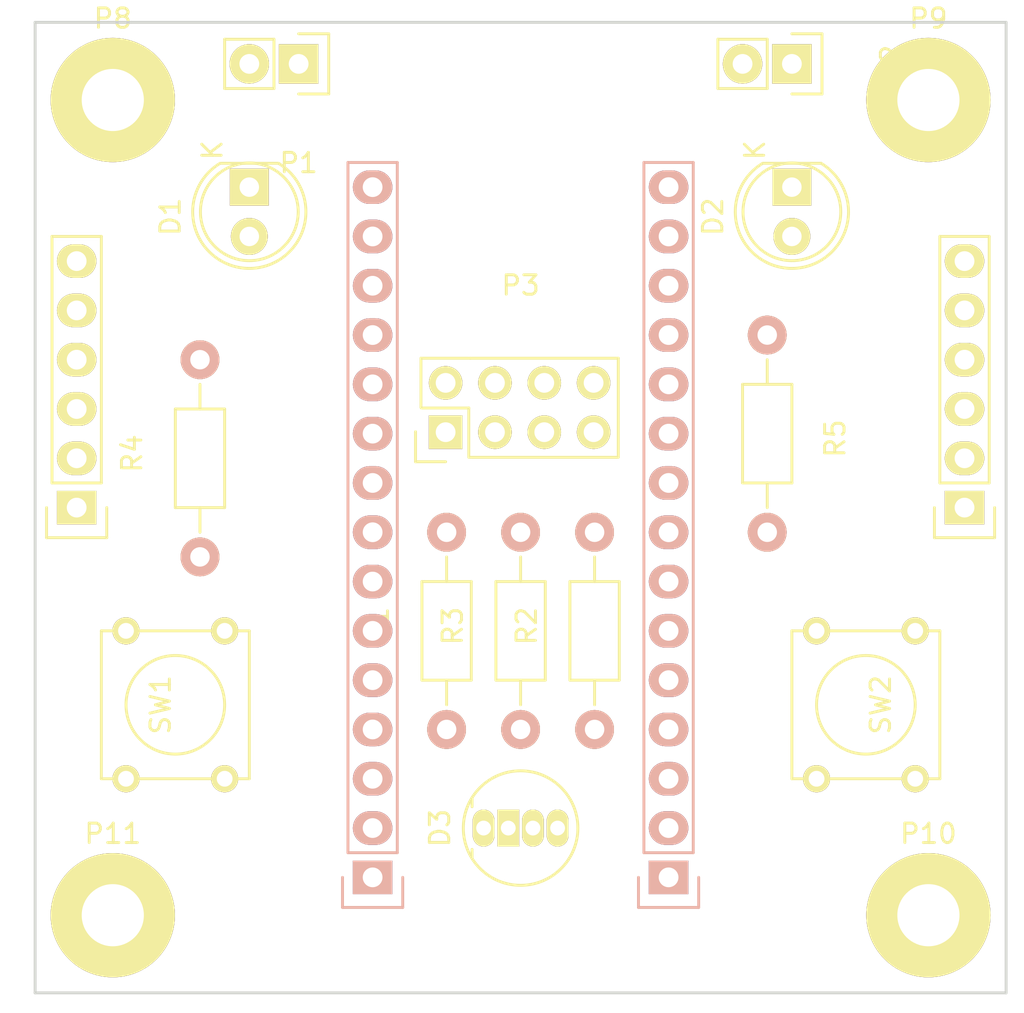
<source format=kicad_pcb>
(kicad_pcb (version 4) (host pcbnew 4.0.2-4+6225~38~ubuntu14.04.1-stable)

  (general
    (links 49)
    (no_connects 49)
    (area 139.924999 79.924999 190.075001 130.075001)
    (thickness 1.6)
    (drawings 4)
    (tracks 0)
    (zones 0)
    (modules 21)
    (nets 36)
  )

  (page A4)
  (layers
    (0 F.Cu signal)
    (31 B.Cu signal)
    (32 B.Adhes user)
    (33 F.Adhes user)
    (34 B.Paste user)
    (35 F.Paste user)
    (36 B.SilkS user)
    (37 F.SilkS user)
    (38 B.Mask user)
    (39 F.Mask user)
    (40 Dwgs.User user)
    (41 Cmts.User user)
    (42 Eco1.User user)
    (43 Eco2.User user)
    (44 Edge.Cuts user)
    (45 Margin user)
    (46 B.CrtYd user)
    (47 F.CrtYd user)
    (48 B.Fab user)
    (49 F.Fab user)
  )

  (setup
    (last_trace_width 0.25)
    (trace_clearance 0.2)
    (zone_clearance 0.508)
    (zone_45_only no)
    (trace_min 0.2)
    (segment_width 0.2)
    (edge_width 0.15)
    (via_size 0.6)
    (via_drill 0.4)
    (via_min_size 0.4)
    (via_min_drill 0.3)
    (uvia_size 0.3)
    (uvia_drill 0.1)
    (uvias_allowed no)
    (uvia_min_size 0.2)
    (uvia_min_drill 0.1)
    (pcb_text_width 0.3)
    (pcb_text_size 1.5 1.5)
    (mod_edge_width 0.15)
    (mod_text_size 1 1)
    (mod_text_width 0.15)
    (pad_size 1.524 1.524)
    (pad_drill 0.762)
    (pad_to_mask_clearance 0.2)
    (aux_axis_origin 0 0)
    (grid_origin 165 105)
    (visible_elements FFFFF77F)
    (pcbplotparams
      (layerselection 0x00030_80000001)
      (usegerberextensions false)
      (excludeedgelayer true)
      (linewidth 0.100000)
      (plotframeref false)
      (viasonmask false)
      (mode 1)
      (useauxorigin false)
      (hpglpennumber 1)
      (hpglpenspeed 20)
      (hpglpendiameter 15)
      (hpglpenoverlay 2)
      (psnegative false)
      (psa4output false)
      (plotreference true)
      (plotvalue true)
      (plotinvisibletext false)
      (padsonsilk false)
      (subtractmaskfromsilk false)
      (outputformat 1)
      (mirror false)
      (drillshape 0)
      (scaleselection 1)
      (outputdirectory ""))
  )

  (net 0 "")
  (net 1 GND)
  (net 2 /LED_GREEN)
  (net 3 /LED_RED)
  (net 4 "Net-(D3-Pad1)")
  (net 5 "Net-(D3-Pad3)")
  (net 6 "Net-(D3-Pad4)")
  (net 7 5V)
  (net 8 VIN)
  (net 9 3V3)
  (net 10 D7)
  (net 11 D8)
  (net 12 SCK)
  (net 13 MOSI)
  (net 14 MISO)
  (net 15 "Net-(P3-Pad8)")
  (net 16 SS)
  (net 17 D9)
  (net 18 D6)
  (net 19 D5)
  (net 20 D4)
  (net 21 D3)
  (net 22 D2)
  (net 23 "Net-(P4-Pad13)")
  (net 24 "Net-(P4-Pad14)")
  (net 25 "Net-(P4-Pad15)")
  (net 26 SCL)
  (net 27 SDA)
  (net 28 ADC1)
  (net 29 ADC0)
  (net 30 "Net-(P6-Pad3)")
  (net 31 "Net-(P6-Pad6)")
  (net 32 "Net-(P6-Pad7)")
  (net 33 "Net-(P6-Pad10)")
  (net 34 "Net-(P6-Pad11)")
  (net 35 "Net-(P6-Pad13)")

  (net_class Default "This is the default net class."
    (clearance 0.2)
    (trace_width 0.25)
    (via_dia 0.6)
    (via_drill 0.4)
    (uvia_dia 0.3)
    (uvia_drill 0.1)
    (add_net /LED_GREEN)
    (add_net /LED_RED)
    (add_net 3V3)
    (add_net 5V)
    (add_net ADC0)
    (add_net ADC1)
    (add_net D2)
    (add_net D3)
    (add_net D4)
    (add_net D5)
    (add_net D6)
    (add_net D7)
    (add_net D8)
    (add_net D9)
    (add_net GND)
    (add_net MISO)
    (add_net MOSI)
    (add_net "Net-(D3-Pad1)")
    (add_net "Net-(D3-Pad3)")
    (add_net "Net-(D3-Pad4)")
    (add_net "Net-(P3-Pad8)")
    (add_net "Net-(P4-Pad13)")
    (add_net "Net-(P4-Pad14)")
    (add_net "Net-(P4-Pad15)")
    (add_net "Net-(P6-Pad10)")
    (add_net "Net-(P6-Pad11)")
    (add_net "Net-(P6-Pad13)")
    (add_net "Net-(P6-Pad3)")
    (add_net "Net-(P6-Pad6)")
    (add_net "Net-(P6-Pad7)")
    (add_net SCK)
    (add_net SCL)
    (add_net SDA)
    (add_net SS)
    (add_net VIN)
  )

  (module NRF_24L01 placed (layer F.Cu) (tedit 57177CC0) (tstamp 571778E3)
    (at 165 98.65)
    (descr "Through hole socket strip")
    (tags "socket strip")
    (path /57177ADC)
    (fp_text reference P3 (at 0 -5.1) (layer F.SilkS)
      (effects (font (size 1 1) (thickness 0.15)))
    )
    (fp_text value NRF_24L01 (at 0 -3.1) (layer F.Fab)
      (effects (font (size 1 1) (thickness 0.15)))
    )
    (fp_line (start -5.1054 1.2192) (end -2.667 1.2192) (layer F.SilkS) (width 0.15))
    (fp_line (start -2.667 1.2192) (end -2.667 3.7592) (layer F.SilkS) (width 0.15))
    (fp_line (start -2.5908 3.7592) (end 5.0292 3.7592) (layer F.SilkS) (width 0.15))
    (fp_line (start -5.6108 -1.8262) (end -5.6108 4.2238) (layer F.CrtYd) (width 0.05))
    (fp_line (start 5.5392 -1.8262) (end 5.5392 4.2238) (layer F.CrtYd) (width 0.05))
    (fp_line (start -5.6108 -1.8262) (end 5.5392 -1.8262) (layer F.CrtYd) (width 0.05))
    (fp_line (start -5.6108 4.2238) (end 5.5392 4.2238) (layer F.CrtYd) (width 0.05))
    (fp_line (start -2.5908 -1.3462) (end 5.0292 -1.3462) (layer F.SilkS) (width 0.15))
    (fp_line (start 5.0292 -1.3462) (end 5.0292 3.7338) (layer F.SilkS) (width 0.15))
    (fp_line (start -3.8608 3.9872) (end -5.4108 3.9872) (layer F.SilkS) (width 0.15))
    (fp_line (start -5.1308 -1.3462) (end -2.5908 -1.3462) (layer F.SilkS) (width 0.15))
    (fp_line (start -5.1308 1.1938) (end -5.1308 -1.3462) (layer F.SilkS) (width 0.15))
    (fp_line (start -5.4108 2.4378) (end -5.4108 3.9878) (layer F.SilkS) (width 0.15))
    (pad 2 thru_hole circle (at -3.8608 -0.0762) (size 1.7272 1.7272) (drill 1.016) (layers *.Cu *.Mask F.SilkS)
      (net 9 3V3))
    (pad 1 thru_hole rect (at -3.8608 2.4638) (size 1.7272 1.7272) (drill 1.016) (layers *.Cu *.Mask F.SilkS)
      (net 1 GND))
    (pad 4 thru_hole oval (at -1.3208 -0.0762) (size 1.7272 1.7272) (drill 1.016) (layers *.Cu *.Mask F.SilkS)
      (net 11 D8))
    (pad 3 thru_hole oval (at -1.3208 2.4638) (size 1.7272 1.7272) (drill 1.016) (layers *.Cu *.Mask F.SilkS)
      (net 10 D7))
    (pad 6 thru_hole oval (at 1.2192 -0.0762) (size 1.7272 1.7272) (drill 1.016) (layers *.Cu *.Mask F.SilkS)
      (net 13 MOSI))
    (pad 5 thru_hole oval (at 1.2192 2.4638) (size 1.7272 1.7272) (drill 1.016) (layers *.Cu *.Mask F.SilkS)
      (net 12 SCK))
    (pad 8 thru_hole oval (at 3.7592 -0.0762) (size 1.7272 1.7272) (drill 1.016) (layers *.Cu *.Mask F.SilkS)
      (net 15 "Net-(P3-Pad8)"))
    (pad 7 thru_hole oval (at 3.7592 2.4638) (size 1.7272 1.7272) (drill 1.016) (layers *.Cu *.Mask F.SilkS)
      (net 14 MISO))
    (model Socket_Strips.3dshapes/Socket_Strip_Straight_2x04.wrl
      (at (xyz 0.15 -0.05 0))
      (scale (xyz 1 1 1))
      (rotate (xyz 0 0 180))
    )
  )

  (module LEDs:LED-5MM placed (layer F.Cu) (tedit 5570F7EA) (tstamp 57177891)
    (at 151.03 88.49 270)
    (descr "LED 5mm round vertical")
    (tags "LED 5mm round vertical")
    (path /571774ED)
    (fp_text reference D1 (at 1.524 4.064 270) (layer F.SilkS)
      (effects (font (size 1 1) (thickness 0.15)))
    )
    (fp_text value LED (at 1.524 -3.937 270) (layer F.Fab)
      (effects (font (size 1 1) (thickness 0.15)))
    )
    (fp_line (start -1.5 -1.55) (end -1.5 1.55) (layer F.CrtYd) (width 0.05))
    (fp_arc (start 1.3 0) (end -1.5 1.55) (angle -302) (layer F.CrtYd) (width 0.05))
    (fp_arc (start 1.27 0) (end -1.23 -1.5) (angle 297.5) (layer F.SilkS) (width 0.15))
    (fp_line (start -1.23 1.5) (end -1.23 -1.5) (layer F.SilkS) (width 0.15))
    (fp_circle (center 1.27 0) (end 0.97 -2.5) (layer F.SilkS) (width 0.15))
    (fp_text user K (at -1.905 1.905 270) (layer F.SilkS)
      (effects (font (size 1 1) (thickness 0.15)))
    )
    (pad 1 thru_hole rect (at 0 0) (size 2 1.9) (drill 1.00076) (layers *.Cu *.Mask F.SilkS)
      (net 1 GND))
    (pad 2 thru_hole circle (at 2.54 0 270) (size 1.9 1.9) (drill 1.00076) (layers *.Cu *.Mask F.SilkS)
      (net 2 /LED_GREEN))
    (model LEDs.3dshapes/LED-5MM.wrl
      (at (xyz 0.05 0 0))
      (scale (xyz 1 1 1))
      (rotate (xyz 0 0 90))
    )
  )

  (module LEDs:LED-5MM placed (layer F.Cu) (tedit 5570F7EA) (tstamp 5717789D)
    (at 178.97 88.49 270)
    (descr "LED 5mm round vertical")
    (tags "LED 5mm round vertical")
    (path /5717754C)
    (fp_text reference D2 (at 1.524 4.064 270) (layer F.SilkS)
      (effects (font (size 1 1) (thickness 0.15)))
    )
    (fp_text value LED (at 1.524 -3.937 270) (layer F.Fab)
      (effects (font (size 1 1) (thickness 0.15)))
    )
    (fp_line (start -1.5 -1.55) (end -1.5 1.55) (layer F.CrtYd) (width 0.05))
    (fp_arc (start 1.3 0) (end -1.5 1.55) (angle -302) (layer F.CrtYd) (width 0.05))
    (fp_arc (start 1.27 0) (end -1.23 -1.5) (angle 297.5) (layer F.SilkS) (width 0.15))
    (fp_line (start -1.23 1.5) (end -1.23 -1.5) (layer F.SilkS) (width 0.15))
    (fp_circle (center 1.27 0) (end 0.97 -2.5) (layer F.SilkS) (width 0.15))
    (fp_text user K (at -1.905 1.905 270) (layer F.SilkS)
      (effects (font (size 1 1) (thickness 0.15)))
    )
    (pad 1 thru_hole rect (at 0 0) (size 2 1.9) (drill 1.00076) (layers *.Cu *.Mask F.SilkS)
      (net 1 GND))
    (pad 2 thru_hole circle (at 2.54 0 270) (size 1.9 1.9) (drill 1.00076) (layers *.Cu *.Mask F.SilkS)
      (net 3 /LED_RED))
    (model LEDs.3dshapes/LED-5MM.wrl
      (at (xyz 0.05 0 0))
      (scale (xyz 1 1 1))
      (rotate (xyz 0 0 90))
    )
  )

  (module LEDs:LED-RGB-5MM_Common_Cathode placed (layer F.Cu) (tedit 55A0859C) (tstamp 571778A9)
    (at 163.095 121.51 90)
    (descr "5mm common cathode RGB LED")
    (tags "RGB LED 5mm Common Cathode")
    (path /5717776D)
    (fp_text reference D3 (at 0 -2.25 90) (layer F.SilkS)
      (effects (font (size 1 1) (thickness 0.15)))
    )
    (fp_text value LED_RCBG (at 0 6.25 90) (layer F.Fab)
      (effects (font (size 1 1) (thickness 0.15)))
    )
    (fp_circle (center 0 1.905) (end 3.2 1.905) (layer F.CrtYd) (width 0.05))
    (fp_line (start -1.1 -0.595) (end -1.55 -0.595) (layer F.SilkS) (width 0.15))
    (fp_circle (center 0 1.905) (end 2.95 1.905) (layer F.SilkS) (width 0.15))
    (fp_line (start 1.1 -0.595) (end 1.55 -0.595) (layer F.SilkS) (width 0.15))
    (pad 1 thru_hole oval (at 0 0 90) (size 1.905 1.1176) (drill 0.762) (layers *.Cu *.Mask F.SilkS)
      (net 4 "Net-(D3-Pad1)"))
    (pad 2 thru_hole rect (at 0 1.27 90) (size 1.905 1.1176) (drill 0.762) (layers *.Cu *.Mask F.SilkS)
      (net 1 GND))
    (pad 3 thru_hole oval (at 0 2.54 90) (size 1.905 1.1176) (drill 0.762) (layers *.Cu *.Mask F.SilkS)
      (net 5 "Net-(D3-Pad3)"))
    (pad 4 thru_hole oval (at 0 3.81 90) (size 1.905 1.1176) (drill 0.762) (layers *.Cu *.Mask F.SilkS)
      (net 6 "Net-(D3-Pad4)"))
  )

  (module Socket_Strips:Socket_Strip_Straight_1x02 placed (layer F.Cu) (tedit 54E9F75E) (tstamp 571778BA)
    (at 153.57 82.14 180)
    (descr "Through hole socket strip")
    (tags "socket strip")
    (path /57177FAB)
    (fp_text reference P1 (at 0 -5.1 180) (layer F.SilkS)
      (effects (font (size 1 1) (thickness 0.15)))
    )
    (fp_text value 5V_OUT (at 0 -3.1 180) (layer F.Fab)
      (effects (font (size 1 1) (thickness 0.15)))
    )
    (fp_line (start -1.55 1.55) (end 0 1.55) (layer F.SilkS) (width 0.15))
    (fp_line (start 3.81 1.27) (end 1.27 1.27) (layer F.SilkS) (width 0.15))
    (fp_line (start -1.75 -1.75) (end -1.75 1.75) (layer F.CrtYd) (width 0.05))
    (fp_line (start 4.3 -1.75) (end 4.3 1.75) (layer F.CrtYd) (width 0.05))
    (fp_line (start -1.75 -1.75) (end 4.3 -1.75) (layer F.CrtYd) (width 0.05))
    (fp_line (start -1.75 1.75) (end 4.3 1.75) (layer F.CrtYd) (width 0.05))
    (fp_line (start 1.27 1.27) (end 1.27 -1.27) (layer F.SilkS) (width 0.15))
    (fp_line (start 0 -1.55) (end -1.55 -1.55) (layer F.SilkS) (width 0.15))
    (fp_line (start -1.55 -1.55) (end -1.55 1.55) (layer F.SilkS) (width 0.15))
    (fp_line (start 1.27 -1.27) (end 3.81 -1.27) (layer F.SilkS) (width 0.15))
    (fp_line (start 3.81 -1.27) (end 3.81 1.27) (layer F.SilkS) (width 0.15))
    (pad 1 thru_hole rect (at 0 0 180) (size 2.032 2.032) (drill 1.016) (layers *.Cu *.Mask F.SilkS)
      (net 1 GND))
    (pad 2 thru_hole oval (at 2.54 0 180) (size 2.032 2.032) (drill 1.016) (layers *.Cu *.Mask F.SilkS)
      (net 7 5V))
    (model Socket_Strips.3dshapes/Socket_Strip_Straight_1x02.wrl
      (at (xyz 0.05 0 0))
      (scale (xyz 1 1 1))
      (rotate (xyz 0 0 180))
    )
  )

  (module Pin_Headers:Pin_Header_Straight_1x02 placed (layer F.Cu) (tedit 54EA090C) (tstamp 571778CB)
    (at 178.97 82.14 270)
    (descr "Through hole pin header")
    (tags "pin header")
    (path /57177D69)
    (fp_text reference P2 (at 0 -5.1 270) (layer F.SilkS)
      (effects (font (size 1 1) (thickness 0.15)))
    )
    (fp_text value ALT_PWR (at 0 -3.1 270) (layer F.Fab)
      (effects (font (size 1 1) (thickness 0.15)))
    )
    (fp_line (start 1.27 1.27) (end 1.27 3.81) (layer F.SilkS) (width 0.15))
    (fp_line (start 1.55 -1.55) (end 1.55 0) (layer F.SilkS) (width 0.15))
    (fp_line (start -1.75 -1.75) (end -1.75 4.3) (layer F.CrtYd) (width 0.05))
    (fp_line (start 1.75 -1.75) (end 1.75 4.3) (layer F.CrtYd) (width 0.05))
    (fp_line (start -1.75 -1.75) (end 1.75 -1.75) (layer F.CrtYd) (width 0.05))
    (fp_line (start -1.75 4.3) (end 1.75 4.3) (layer F.CrtYd) (width 0.05))
    (fp_line (start 1.27 1.27) (end -1.27 1.27) (layer F.SilkS) (width 0.15))
    (fp_line (start -1.55 0) (end -1.55 -1.55) (layer F.SilkS) (width 0.15))
    (fp_line (start -1.55 -1.55) (end 1.55 -1.55) (layer F.SilkS) (width 0.15))
    (fp_line (start -1.27 1.27) (end -1.27 3.81) (layer F.SilkS) (width 0.15))
    (fp_line (start -1.27 3.81) (end 1.27 3.81) (layer F.SilkS) (width 0.15))
    (pad 1 thru_hole rect (at 0 0 270) (size 2.032 2.032) (drill 1.016) (layers *.Cu *.Mask F.SilkS)
      (net 1 GND))
    (pad 2 thru_hole oval (at 0 2.54 270) (size 2.032 2.032) (drill 1.016) (layers *.Cu *.Mask F.SilkS)
      (net 8 VIN))
    (model Pin_Headers.3dshapes/Pin_Header_Straight_1x02.wrl
      (at (xyz 0 -0.05 0))
      (scale (xyz 1 1 1))
      (rotate (xyz 0 0 90))
    )
  )

  (module Socket_Strips:Socket_Strip_Straight_1x15 placed (layer B.Cu) (tedit 57177A6B) (tstamp 57177901)
    (at 172.62 124.05 90)
    (descr "Through hole socket strip")
    (tags "socket strip")
    (path /571772A1)
    (fp_text reference P4 (at 0 5.1 90) (layer B.SilkS) hide
      (effects (font (size 1 1) (thickness 0.15)) (justify mirror))
    )
    (fp_text value CONN_01X15 (at 0 3.1 90) (layer B.Fab)
      (effects (font (size 1 1) (thickness 0.15)) (justify mirror))
    )
    (fp_line (start -1.75 1.75) (end -1.75 -1.75) (layer B.CrtYd) (width 0.05))
    (fp_line (start 37.35 1.75) (end 37.35 -1.75) (layer B.CrtYd) (width 0.05))
    (fp_line (start -1.75 1.75) (end 37.35 1.75) (layer B.CrtYd) (width 0.05))
    (fp_line (start -1.75 -1.75) (end 37.35 -1.75) (layer B.CrtYd) (width 0.05))
    (fp_line (start 1.27 1.27) (end 36.83 1.27) (layer B.SilkS) (width 0.15))
    (fp_line (start 36.83 1.27) (end 36.83 -1.27) (layer B.SilkS) (width 0.15))
    (fp_line (start 36.83 -1.27) (end 1.27 -1.27) (layer B.SilkS) (width 0.15))
    (fp_line (start -1.55 -1.55) (end 0 -1.55) (layer B.SilkS) (width 0.15))
    (fp_line (start 1.27 -1.27) (end 1.27 1.27) (layer B.SilkS) (width 0.15))
    (fp_line (start 0 1.55) (end -1.55 1.55) (layer B.SilkS) (width 0.15))
    (fp_line (start -1.55 1.55) (end -1.55 -1.55) (layer B.SilkS) (width 0.15))
    (pad 1 thru_hole rect (at 0 0 90) (size 1.7272 2.032) (drill 1.016) (layers *.Cu *.Mask B.SilkS)
      (net 14 MISO))
    (pad 2 thru_hole oval (at 2.54 0 90) (size 1.7272 2.032) (drill 1.016) (layers *.Cu *.Mask B.SilkS)
      (net 13 MOSI))
    (pad 3 thru_hole oval (at 5.08 0 90) (size 1.7272 2.032) (drill 1.016) (layers *.Cu *.Mask B.SilkS)
      (net 16 SS))
    (pad 4 thru_hole oval (at 7.62 0 90) (size 1.7272 2.032) (drill 1.016) (layers *.Cu *.Mask B.SilkS)
      (net 17 D9))
    (pad 5 thru_hole oval (at 10.16 0 90) (size 1.7272 2.032) (drill 1.016) (layers *.Cu *.Mask B.SilkS)
      (net 11 D8))
    (pad 6 thru_hole oval (at 12.7 0 90) (size 1.7272 2.032) (drill 1.016) (layers *.Cu *.Mask B.SilkS)
      (net 10 D7))
    (pad 7 thru_hole oval (at 15.24 0 90) (size 1.7272 2.032) (drill 1.016) (layers *.Cu *.Mask B.SilkS)
      (net 18 D6))
    (pad 8 thru_hole oval (at 17.78 0 90) (size 1.7272 2.032) (drill 1.016) (layers *.Cu *.Mask B.SilkS)
      (net 19 D5))
    (pad 9 thru_hole oval (at 20.32 0 90) (size 1.7272 2.032) (drill 1.016) (layers *.Cu *.Mask B.SilkS)
      (net 20 D4))
    (pad 10 thru_hole oval (at 22.86 0 90) (size 1.7272 2.032) (drill 1.016) (layers *.Cu *.Mask B.SilkS)
      (net 21 D3))
    (pad 11 thru_hole oval (at 25.4 0 90) (size 1.7272 2.032) (drill 1.016) (layers *.Cu *.Mask B.SilkS)
      (net 22 D2))
    (pad 12 thru_hole oval (at 27.94 0 90) (size 1.7272 2.032) (drill 1.016) (layers *.Cu *.Mask B.SilkS)
      (net 1 GND))
    (pad 13 thru_hole oval (at 30.48 0 90) (size 1.7272 2.032) (drill 1.016) (layers *.Cu *.Mask B.SilkS)
      (net 23 "Net-(P4-Pad13)"))
    (pad 14 thru_hole oval (at 33.02 0 90) (size 1.7272 2.032) (drill 1.016) (layers *.Cu *.Mask B.SilkS)
      (net 24 "Net-(P4-Pad14)"))
    (pad 15 thru_hole oval (at 35.56 0 90) (size 1.7272 2.032) (drill 1.016) (layers *.Cu *.Mask B.SilkS)
      (net 25 "Net-(P4-Pad15)"))
    (model Socket_Strips.3dshapes/Socket_Strip_Straight_1x15.wrl
      (at (xyz 0.7 0 0))
      (scale (xyz 1 1 1))
      (rotate (xyz 0 0 180))
    )
  )

  (module Socket_Strips:Socket_Strip_Straight_1x06 placed (layer F.Cu) (tedit 57177ACD) (tstamp 57177916)
    (at 142.14 105 90)
    (descr "Through hole socket strip")
    (tags "socket strip")
    (path /571782EF)
    (fp_text reference P5 (at 0 -5.1 90) (layer F.SilkS) hide
      (effects (font (size 1 1) (thickness 0.15)))
    )
    (fp_text value CONN_01X06 (at 0 -3.1 90) (layer F.Fab)
      (effects (font (size 1 1) (thickness 0.15)))
    )
    (fp_line (start -1.75 -1.75) (end -1.75 1.75) (layer F.CrtYd) (width 0.05))
    (fp_line (start 14.45 -1.75) (end 14.45 1.75) (layer F.CrtYd) (width 0.05))
    (fp_line (start -1.75 -1.75) (end 14.45 -1.75) (layer F.CrtYd) (width 0.05))
    (fp_line (start -1.75 1.75) (end 14.45 1.75) (layer F.CrtYd) (width 0.05))
    (fp_line (start 1.27 1.27) (end 13.97 1.27) (layer F.SilkS) (width 0.15))
    (fp_line (start 13.97 1.27) (end 13.97 -1.27) (layer F.SilkS) (width 0.15))
    (fp_line (start 13.97 -1.27) (end 1.27 -1.27) (layer F.SilkS) (width 0.15))
    (fp_line (start -1.55 1.55) (end 0 1.55) (layer F.SilkS) (width 0.15))
    (fp_line (start 1.27 1.27) (end 1.27 -1.27) (layer F.SilkS) (width 0.15))
    (fp_line (start 0 -1.55) (end -1.55 -1.55) (layer F.SilkS) (width 0.15))
    (fp_line (start -1.55 -1.55) (end -1.55 1.55) (layer F.SilkS) (width 0.15))
    (pad 1 thru_hole rect (at 0 0 90) (size 1.7272 2.032) (drill 1.016) (layers *.Cu *.Mask F.SilkS)
      (net 1 GND))
    (pad 2 thru_hole oval (at 2.54 0 90) (size 1.7272 2.032) (drill 1.016) (layers *.Cu *.Mask F.SilkS)
      (net 9 3V3))
    (pad 3 thru_hole oval (at 5.08 0 90) (size 1.7272 2.032) (drill 1.016) (layers *.Cu *.Mask F.SilkS)
      (net 26 SCL))
    (pad 4 thru_hole oval (at 7.62 0 90) (size 1.7272 2.032) (drill 1.016) (layers *.Cu *.Mask F.SilkS)
      (net 27 SDA))
    (pad 5 thru_hole oval (at 10.16 0 90) (size 1.7272 2.032) (drill 1.016) (layers *.Cu *.Mask F.SilkS)
      (net 28 ADC1))
    (pad 6 thru_hole oval (at 12.7 0 90) (size 1.7272 2.032) (drill 1.016) (layers *.Cu *.Mask F.SilkS)
      (net 29 ADC0))
    (model Socket_Strips.3dshapes/Socket_Strip_Straight_1x06.wrl
      (at (xyz 0.25 0 0))
      (scale (xyz 1 1 1))
      (rotate (xyz 0 0 180))
    )
  )

  (module Socket_Strips:Socket_Strip_Straight_1x15 placed (layer B.Cu) (tedit 57177A6F) (tstamp 57177934)
    (at 157.38 124.05 90)
    (descr "Through hole socket strip")
    (tags "socket strip")
    (path /57177309)
    (fp_text reference P6 (at 0 5.1 90) (layer B.SilkS) hide
      (effects (font (size 1 1) (thickness 0.15)) (justify mirror))
    )
    (fp_text value CONN_01X15 (at 0 3.1 90) (layer B.Fab)
      (effects (font (size 1 1) (thickness 0.15)) (justify mirror))
    )
    (fp_line (start -1.75 1.75) (end -1.75 -1.75) (layer B.CrtYd) (width 0.05))
    (fp_line (start 37.35 1.75) (end 37.35 -1.75) (layer B.CrtYd) (width 0.05))
    (fp_line (start -1.75 1.75) (end 37.35 1.75) (layer B.CrtYd) (width 0.05))
    (fp_line (start -1.75 -1.75) (end 37.35 -1.75) (layer B.CrtYd) (width 0.05))
    (fp_line (start 1.27 1.27) (end 36.83 1.27) (layer B.SilkS) (width 0.15))
    (fp_line (start 36.83 1.27) (end 36.83 -1.27) (layer B.SilkS) (width 0.15))
    (fp_line (start 36.83 -1.27) (end 1.27 -1.27) (layer B.SilkS) (width 0.15))
    (fp_line (start -1.55 -1.55) (end 0 -1.55) (layer B.SilkS) (width 0.15))
    (fp_line (start 1.27 -1.27) (end 1.27 1.27) (layer B.SilkS) (width 0.15))
    (fp_line (start 0 1.55) (end -1.55 1.55) (layer B.SilkS) (width 0.15))
    (fp_line (start -1.55 1.55) (end -1.55 -1.55) (layer B.SilkS) (width 0.15))
    (pad 1 thru_hole rect (at 0 0 90) (size 1.7272 2.032) (drill 1.016) (layers *.Cu *.Mask B.SilkS)
      (net 12 SCK))
    (pad 2 thru_hole oval (at 2.54 0 90) (size 1.7272 2.032) (drill 1.016) (layers *.Cu *.Mask B.SilkS)
      (net 9 3V3))
    (pad 3 thru_hole oval (at 5.08 0 90) (size 1.7272 2.032) (drill 1.016) (layers *.Cu *.Mask B.SilkS)
      (net 30 "Net-(P6-Pad3)"))
    (pad 4 thru_hole oval (at 7.62 0 90) (size 1.7272 2.032) (drill 1.016) (layers *.Cu *.Mask B.SilkS)
      (net 29 ADC0))
    (pad 5 thru_hole oval (at 10.16 0 90) (size 1.7272 2.032) (drill 1.016) (layers *.Cu *.Mask B.SilkS)
      (net 28 ADC1))
    (pad 6 thru_hole oval (at 12.7 0 90) (size 1.7272 2.032) (drill 1.016) (layers *.Cu *.Mask B.SilkS)
      (net 31 "Net-(P6-Pad6)"))
    (pad 7 thru_hole oval (at 15.24 0 90) (size 1.7272 2.032) (drill 1.016) (layers *.Cu *.Mask B.SilkS)
      (net 32 "Net-(P6-Pad7)"))
    (pad 8 thru_hole oval (at 17.78 0 90) (size 1.7272 2.032) (drill 1.016) (layers *.Cu *.Mask B.SilkS)
      (net 27 SDA))
    (pad 9 thru_hole oval (at 20.32 0 90) (size 1.7272 2.032) (drill 1.016) (layers *.Cu *.Mask B.SilkS)
      (net 26 SCL))
    (pad 10 thru_hole oval (at 22.86 0 90) (size 1.7272 2.032) (drill 1.016) (layers *.Cu *.Mask B.SilkS)
      (net 33 "Net-(P6-Pad10)"))
    (pad 11 thru_hole oval (at 25.4 0 90) (size 1.7272 2.032) (drill 1.016) (layers *.Cu *.Mask B.SilkS)
      (net 34 "Net-(P6-Pad11)"))
    (pad 12 thru_hole oval (at 27.94 0 90) (size 1.7272 2.032) (drill 1.016) (layers *.Cu *.Mask B.SilkS)
      (net 7 5V))
    (pad 13 thru_hole oval (at 30.48 0 90) (size 1.7272 2.032) (drill 1.016) (layers *.Cu *.Mask B.SilkS)
      (net 35 "Net-(P6-Pad13)"))
    (pad 14 thru_hole oval (at 33.02 0 90) (size 1.7272 2.032) (drill 1.016) (layers *.Cu *.Mask B.SilkS)
      (net 1 GND))
    (pad 15 thru_hole oval (at 35.56 0 90) (size 1.7272 2.032) (drill 1.016) (layers *.Cu *.Mask B.SilkS)
      (net 8 VIN))
    (model Socket_Strips.3dshapes/Socket_Strip_Straight_1x15.wrl
      (at (xyz 0.7 0 0))
      (scale (xyz 1 1 1))
      (rotate (xyz 0 0 180))
    )
  )

  (module Socket_Strips:Socket_Strip_Straight_1x06 placed (layer F.Cu) (tedit 57177AD1) (tstamp 57177949)
    (at 187.86 105 90)
    (descr "Through hole socket strip")
    (tags "socket strip")
    (path /571781E8)
    (fp_text reference P7 (at 0 -5.1 90) (layer F.SilkS) hide
      (effects (font (size 1 1) (thickness 0.15)))
    )
    (fp_text value CONN_01X06 (at 0 -3.1 90) (layer F.Fab)
      (effects (font (size 1 1) (thickness 0.15)))
    )
    (fp_line (start -1.75 -1.75) (end -1.75 1.75) (layer F.CrtYd) (width 0.05))
    (fp_line (start 14.45 -1.75) (end 14.45 1.75) (layer F.CrtYd) (width 0.05))
    (fp_line (start -1.75 -1.75) (end 14.45 -1.75) (layer F.CrtYd) (width 0.05))
    (fp_line (start -1.75 1.75) (end 14.45 1.75) (layer F.CrtYd) (width 0.05))
    (fp_line (start 1.27 1.27) (end 13.97 1.27) (layer F.SilkS) (width 0.15))
    (fp_line (start 13.97 1.27) (end 13.97 -1.27) (layer F.SilkS) (width 0.15))
    (fp_line (start 13.97 -1.27) (end 1.27 -1.27) (layer F.SilkS) (width 0.15))
    (fp_line (start -1.55 1.55) (end 0 1.55) (layer F.SilkS) (width 0.15))
    (fp_line (start 1.27 1.27) (end 1.27 -1.27) (layer F.SilkS) (width 0.15))
    (fp_line (start 0 -1.55) (end -1.55 -1.55) (layer F.SilkS) (width 0.15))
    (fp_line (start -1.55 -1.55) (end -1.55 1.55) (layer F.SilkS) (width 0.15))
    (pad 1 thru_hole rect (at 0 0 90) (size 1.7272 2.032) (drill 1.016) (layers *.Cu *.Mask F.SilkS)
      (net 1 GND))
    (pad 2 thru_hole oval (at 2.54 0 90) (size 1.7272 2.032) (drill 1.016) (layers *.Cu *.Mask F.SilkS)
      (net 7 5V))
    (pad 3 thru_hole oval (at 5.08 0 90) (size 1.7272 2.032) (drill 1.016) (layers *.Cu *.Mask F.SilkS)
      (net 12 SCK))
    (pad 4 thru_hole oval (at 7.62 0 90) (size 1.7272 2.032) (drill 1.016) (layers *.Cu *.Mask F.SilkS)
      (net 14 MISO))
    (pad 5 thru_hole oval (at 10.16 0 90) (size 1.7272 2.032) (drill 1.016) (layers *.Cu *.Mask F.SilkS)
      (net 13 MOSI))
    (pad 6 thru_hole oval (at 12.7 0 90) (size 1.7272 2.032) (drill 1.016) (layers *.Cu *.Mask F.SilkS)
      (net 16 SS))
    (model Socket_Strips.3dshapes/Socket_Strip_Straight_1x06.wrl
      (at (xyz 0.25 0 0))
      (scale (xyz 1 1 1))
      (rotate (xyz 0 0 180))
    )
  )

  (module Resistors_ThroughHole:Resistor_Horizontal_RM10mm placed (layer F.Cu) (tedit 56648415) (tstamp 57177959)
    (at 161.19 116.43 90)
    (descr "Resistor, Axial,  RM 10mm, 1/3W")
    (tags "Resistor Axial RM 10mm 1/3W")
    (path /57177842)
    (fp_text reference R1 (at 5.32892 -3.50012 90) (layer F.SilkS)
      (effects (font (size 1 1) (thickness 0.15)))
    )
    (fp_text value 180R (at 5.08 3.81 90) (layer F.Fab)
      (effects (font (size 1 1) (thickness 0.15)))
    )
    (fp_line (start -1.25 -1.5) (end 11.4 -1.5) (layer F.CrtYd) (width 0.05))
    (fp_line (start -1.25 1.5) (end -1.25 -1.5) (layer F.CrtYd) (width 0.05))
    (fp_line (start 11.4 -1.5) (end 11.4 1.5) (layer F.CrtYd) (width 0.05))
    (fp_line (start -1.25 1.5) (end 11.4 1.5) (layer F.CrtYd) (width 0.05))
    (fp_line (start 2.54 -1.27) (end 7.62 -1.27) (layer F.SilkS) (width 0.15))
    (fp_line (start 7.62 -1.27) (end 7.62 1.27) (layer F.SilkS) (width 0.15))
    (fp_line (start 7.62 1.27) (end 2.54 1.27) (layer F.SilkS) (width 0.15))
    (fp_line (start 2.54 1.27) (end 2.54 -1.27) (layer F.SilkS) (width 0.15))
    (fp_line (start 2.54 0) (end 1.27 0) (layer F.SilkS) (width 0.15))
    (fp_line (start 7.62 0) (end 8.89 0) (layer F.SilkS) (width 0.15))
    (pad 1 thru_hole circle (at 0 0 90) (size 1.99898 1.99898) (drill 1.00076) (layers *.Cu *.SilkS *.Mask)
      (net 4 "Net-(D3-Pad1)"))
    (pad 2 thru_hole circle (at 10.16 0 90) (size 1.99898 1.99898) (drill 1.00076) (layers *.Cu *.SilkS *.Mask)
      (net 21 D3))
    (model Resistors_ThroughHole.3dshapes/Resistor_Horizontal_RM10mm.wrl
      (at (xyz 0.2 0 0))
      (scale (xyz 0.4 0.4 0.4))
      (rotate (xyz 0 0 0))
    )
  )

  (module Resistors_ThroughHole:Resistor_Horizontal_RM10mm placed (layer F.Cu) (tedit 56648415) (tstamp 57177969)
    (at 168.81 116.43 90)
    (descr "Resistor, Axial,  RM 10mm, 1/3W")
    (tags "Resistor Axial RM 10mm 1/3W")
    (path /571778A4)
    (fp_text reference R2 (at 5.32892 -3.50012 90) (layer F.SilkS)
      (effects (font (size 1 1) (thickness 0.15)))
    )
    (fp_text value 100R (at 5.08 3.81 90) (layer F.Fab)
      (effects (font (size 1 1) (thickness 0.15)))
    )
    (fp_line (start -1.25 -1.5) (end 11.4 -1.5) (layer F.CrtYd) (width 0.05))
    (fp_line (start -1.25 1.5) (end -1.25 -1.5) (layer F.CrtYd) (width 0.05))
    (fp_line (start 11.4 -1.5) (end 11.4 1.5) (layer F.CrtYd) (width 0.05))
    (fp_line (start -1.25 1.5) (end 11.4 1.5) (layer F.CrtYd) (width 0.05))
    (fp_line (start 2.54 -1.27) (end 7.62 -1.27) (layer F.SilkS) (width 0.15))
    (fp_line (start 7.62 -1.27) (end 7.62 1.27) (layer F.SilkS) (width 0.15))
    (fp_line (start 7.62 1.27) (end 2.54 1.27) (layer F.SilkS) (width 0.15))
    (fp_line (start 2.54 1.27) (end 2.54 -1.27) (layer F.SilkS) (width 0.15))
    (fp_line (start 2.54 0) (end 1.27 0) (layer F.SilkS) (width 0.15))
    (fp_line (start 7.62 0) (end 8.89 0) (layer F.SilkS) (width 0.15))
    (pad 1 thru_hole circle (at 0 0 90) (size 1.99898 1.99898) (drill 1.00076) (layers *.Cu *.SilkS *.Mask)
      (net 6 "Net-(D3-Pad4)"))
    (pad 2 thru_hole circle (at 10.16 0 90) (size 1.99898 1.99898) (drill 1.00076) (layers *.Cu *.SilkS *.Mask)
      (net 18 D6))
    (model Resistors_ThroughHole.3dshapes/Resistor_Horizontal_RM10mm.wrl
      (at (xyz 0.2 0 0))
      (scale (xyz 0.4 0.4 0.4))
      (rotate (xyz 0 0 0))
    )
  )

  (module Resistors_ThroughHole:Resistor_Horizontal_RM10mm placed (layer F.Cu) (tedit 56648415) (tstamp 57177979)
    (at 165 116.43 90)
    (descr "Resistor, Axial,  RM 10mm, 1/3W")
    (tags "Resistor Axial RM 10mm 1/3W")
    (path /571778E8)
    (fp_text reference R3 (at 5.32892 -3.50012 90) (layer F.SilkS)
      (effects (font (size 1 1) (thickness 0.15)))
    )
    (fp_text value 100R (at 5.08 3.81 90) (layer F.Fab)
      (effects (font (size 1 1) (thickness 0.15)))
    )
    (fp_line (start -1.25 -1.5) (end 11.4 -1.5) (layer F.CrtYd) (width 0.05))
    (fp_line (start -1.25 1.5) (end -1.25 -1.5) (layer F.CrtYd) (width 0.05))
    (fp_line (start 11.4 -1.5) (end 11.4 1.5) (layer F.CrtYd) (width 0.05))
    (fp_line (start -1.25 1.5) (end 11.4 1.5) (layer F.CrtYd) (width 0.05))
    (fp_line (start 2.54 -1.27) (end 7.62 -1.27) (layer F.SilkS) (width 0.15))
    (fp_line (start 7.62 -1.27) (end 7.62 1.27) (layer F.SilkS) (width 0.15))
    (fp_line (start 7.62 1.27) (end 2.54 1.27) (layer F.SilkS) (width 0.15))
    (fp_line (start 2.54 1.27) (end 2.54 -1.27) (layer F.SilkS) (width 0.15))
    (fp_line (start 2.54 0) (end 1.27 0) (layer F.SilkS) (width 0.15))
    (fp_line (start 7.62 0) (end 8.89 0) (layer F.SilkS) (width 0.15))
    (pad 1 thru_hole circle (at 0 0 90) (size 1.99898 1.99898) (drill 1.00076) (layers *.Cu *.SilkS *.Mask)
      (net 5 "Net-(D3-Pad3)"))
    (pad 2 thru_hole circle (at 10.16 0 90) (size 1.99898 1.99898) (drill 1.00076) (layers *.Cu *.SilkS *.Mask)
      (net 17 D9))
    (model Resistors_ThroughHole.3dshapes/Resistor_Horizontal_RM10mm.wrl
      (at (xyz 0.2 0 0))
      (scale (xyz 0.4 0.4 0.4))
      (rotate (xyz 0 0 0))
    )
  )

  (module Resistors_ThroughHole:Resistor_Horizontal_RM10mm placed (layer F.Cu) (tedit 56648415) (tstamp 57177989)
    (at 148.49 107.54 90)
    (descr "Resistor, Axial,  RM 10mm, 1/3W")
    (tags "Resistor Axial RM 10mm 1/3W")
    (path /5717758A)
    (fp_text reference R4 (at 5.32892 -3.50012 90) (layer F.SilkS)
      (effects (font (size 1 1) (thickness 0.15)))
    )
    (fp_text value 100R (at 5.08 3.81 90) (layer F.Fab)
      (effects (font (size 1 1) (thickness 0.15)))
    )
    (fp_line (start -1.25 -1.5) (end 11.4 -1.5) (layer F.CrtYd) (width 0.05))
    (fp_line (start -1.25 1.5) (end -1.25 -1.5) (layer F.CrtYd) (width 0.05))
    (fp_line (start 11.4 -1.5) (end 11.4 1.5) (layer F.CrtYd) (width 0.05))
    (fp_line (start -1.25 1.5) (end 11.4 1.5) (layer F.CrtYd) (width 0.05))
    (fp_line (start 2.54 -1.27) (end 7.62 -1.27) (layer F.SilkS) (width 0.15))
    (fp_line (start 7.62 -1.27) (end 7.62 1.27) (layer F.SilkS) (width 0.15))
    (fp_line (start 7.62 1.27) (end 2.54 1.27) (layer F.SilkS) (width 0.15))
    (fp_line (start 2.54 1.27) (end 2.54 -1.27) (layer F.SilkS) (width 0.15))
    (fp_line (start 2.54 0) (end 1.27 0) (layer F.SilkS) (width 0.15))
    (fp_line (start 7.62 0) (end 8.89 0) (layer F.SilkS) (width 0.15))
    (pad 1 thru_hole circle (at 0 0 90) (size 1.99898 1.99898) (drill 1.00076) (layers *.Cu *.SilkS *.Mask)
      (net 2 /LED_GREEN))
    (pad 2 thru_hole circle (at 10.16 0 90) (size 1.99898 1.99898) (drill 1.00076) (layers *.Cu *.SilkS *.Mask)
      (net 20 D4))
    (model Resistors_ThroughHole.3dshapes/Resistor_Horizontal_RM10mm.wrl
      (at (xyz 0.2 0 0))
      (scale (xyz 0.4 0.4 0.4))
      (rotate (xyz 0 0 0))
    )
  )

  (module Resistors_ThroughHole:Resistor_Horizontal_RM10mm placed (layer F.Cu) (tedit 56648415) (tstamp 57177999)
    (at 177.7 96.11 270)
    (descr "Resistor, Axial,  RM 10mm, 1/3W")
    (tags "Resistor Axial RM 10mm 1/3W")
    (path /571775CC)
    (fp_text reference R5 (at 5.32892 -3.50012 270) (layer F.SilkS)
      (effects (font (size 1 1) (thickness 0.15)))
    )
    (fp_text value 100R (at 5.08 3.81 270) (layer F.Fab)
      (effects (font (size 1 1) (thickness 0.15)))
    )
    (fp_line (start -1.25 -1.5) (end 11.4 -1.5) (layer F.CrtYd) (width 0.05))
    (fp_line (start -1.25 1.5) (end -1.25 -1.5) (layer F.CrtYd) (width 0.05))
    (fp_line (start 11.4 -1.5) (end 11.4 1.5) (layer F.CrtYd) (width 0.05))
    (fp_line (start -1.25 1.5) (end 11.4 1.5) (layer F.CrtYd) (width 0.05))
    (fp_line (start 2.54 -1.27) (end 7.62 -1.27) (layer F.SilkS) (width 0.15))
    (fp_line (start 7.62 -1.27) (end 7.62 1.27) (layer F.SilkS) (width 0.15))
    (fp_line (start 7.62 1.27) (end 2.54 1.27) (layer F.SilkS) (width 0.15))
    (fp_line (start 2.54 1.27) (end 2.54 -1.27) (layer F.SilkS) (width 0.15))
    (fp_line (start 2.54 0) (end 1.27 0) (layer F.SilkS) (width 0.15))
    (fp_line (start 7.62 0) (end 8.89 0) (layer F.SilkS) (width 0.15))
    (pad 1 thru_hole circle (at 0 0 270) (size 1.99898 1.99898) (drill 1.00076) (layers *.Cu *.SilkS *.Mask)
      (net 3 /LED_RED))
    (pad 2 thru_hole circle (at 10.16 0 270) (size 1.99898 1.99898) (drill 1.00076) (layers *.Cu *.SilkS *.Mask)
      (net 19 D5))
    (model Resistors_ThroughHole.3dshapes/Resistor_Horizontal_RM10mm.wrl
      (at (xyz 0.2 0 0))
      (scale (xyz 0.4 0.4 0.4))
      (rotate (xyz 0 0 0))
    )
  )

  (module Buttons_Switches_ThroughHole:SW_PUSH_SMALL (layer F.Cu) (tedit 0) (tstamp 57178D97)
    (at 147.22 115.16 90)
    (path /57178D5C)
    (fp_text reference SW1 (at 0 -0.762 90) (layer F.SilkS)
      (effects (font (size 1 1) (thickness 0.15)))
    )
    (fp_text value SW_PUSH (at 0 1.016 90) (layer F.Fab)
      (effects (font (size 1 1) (thickness 0.15)))
    )
    (fp_circle (center 0 0) (end 0 -2.54) (layer F.SilkS) (width 0.15))
    (fp_line (start -3.81 -3.81) (end 3.81 -3.81) (layer F.SilkS) (width 0.15))
    (fp_line (start 3.81 -3.81) (end 3.81 3.81) (layer F.SilkS) (width 0.15))
    (fp_line (start 3.81 3.81) (end -3.81 3.81) (layer F.SilkS) (width 0.15))
    (fp_line (start -3.81 -3.81) (end -3.81 3.81) (layer F.SilkS) (width 0.15))
    (pad 1 thru_hole circle (at 3.81 -2.54 90) (size 1.397 1.397) (drill 0.8128) (layers *.Cu *.Mask F.SilkS)
      (net 1 GND))
    (pad 2 thru_hole circle (at 3.81 2.54 90) (size 1.397 1.397) (drill 0.8128) (layers *.Cu *.Mask F.SilkS)
      (net 22 D2))
    (pad 1 thru_hole circle (at -3.81 -2.54 90) (size 1.397 1.397) (drill 0.8128) (layers *.Cu *.Mask F.SilkS)
      (net 1 GND))
    (pad 2 thru_hole circle (at -3.81 2.54 90) (size 1.397 1.397) (drill 0.8128) (layers *.Cu *.Mask F.SilkS)
      (net 22 D2))
  )

  (module Buttons_Switches_ThroughHole:SW_PUSH_SMALL (layer F.Cu) (tedit 0) (tstamp 57178D9F)
    (at 182.78 115.16 270)
    (path /57178D9F)
    (fp_text reference SW2 (at 0 -0.762 270) (layer F.SilkS)
      (effects (font (size 1 1) (thickness 0.15)))
    )
    (fp_text value SW_PUSH (at 0 1.016 270) (layer F.Fab)
      (effects (font (size 1 1) (thickness 0.15)))
    )
    (fp_circle (center 0 0) (end 0 -2.54) (layer F.SilkS) (width 0.15))
    (fp_line (start -3.81 -3.81) (end 3.81 -3.81) (layer F.SilkS) (width 0.15))
    (fp_line (start 3.81 -3.81) (end 3.81 3.81) (layer F.SilkS) (width 0.15))
    (fp_line (start 3.81 3.81) (end -3.81 3.81) (layer F.SilkS) (width 0.15))
    (fp_line (start -3.81 -3.81) (end -3.81 3.81) (layer F.SilkS) (width 0.15))
    (pad 1 thru_hole circle (at 3.81 -2.54 270) (size 1.397 1.397) (drill 0.8128) (layers *.Cu *.Mask F.SilkS)
      (net 1 GND))
    (pad 2 thru_hole circle (at 3.81 2.54 270) (size 1.397 1.397) (drill 0.8128) (layers *.Cu *.Mask F.SilkS)
      (net 10 D7))
    (pad 1 thru_hole circle (at -3.81 -2.54 270) (size 1.397 1.397) (drill 0.8128) (layers *.Cu *.Mask F.SilkS)
      (net 1 GND))
    (pad 2 thru_hole circle (at -3.81 2.54 270) (size 1.397 1.397) (drill 0.8128) (layers *.Cu *.Mask F.SilkS)
      (net 10 D7))
  )

  (module Mounting_Holes:MountingHole_3.2mm_M3_Pad (layer F.Cu) (tedit 56D1B4CB) (tstamp 57178F05)
    (at 144 84)
    (descr "Mounting Hole 3.2mm, M3")
    (tags "mounting hole 3.2mm m3")
    (path /5717927C)
    (fp_text reference P8 (at 0 -4.2) (layer F.SilkS)
      (effects (font (size 1 1) (thickness 0.15)))
    )
    (fp_text value MOUNT_HOLE (at 0 4.2) (layer F.Fab)
      (effects (font (size 1 1) (thickness 0.15)))
    )
    (fp_circle (center 0 0) (end 3.2 0) (layer Cmts.User) (width 0.15))
    (fp_circle (center 0 0) (end 3.45 0) (layer F.CrtYd) (width 0.05))
    (pad 1 thru_hole circle (at 0 0) (size 6.4 6.4) (drill 3.2) (layers *.Cu *.Mask F.SilkS)
      (net 1 GND))
  )

  (module Mounting_Holes:MountingHole_3.2mm_M3_Pad (layer F.Cu) (tedit 56D1B4CB) (tstamp 57178F0A)
    (at 186 84)
    (descr "Mounting Hole 3.2mm, M3")
    (tags "mounting hole 3.2mm m3")
    (path /57179385)
    (fp_text reference P9 (at 0 -4.2) (layer F.SilkS)
      (effects (font (size 1 1) (thickness 0.15)))
    )
    (fp_text value MOUNT_HOLE (at 0 4.2) (layer F.Fab)
      (effects (font (size 1 1) (thickness 0.15)))
    )
    (fp_circle (center 0 0) (end 3.2 0) (layer Cmts.User) (width 0.15))
    (fp_circle (center 0 0) (end 3.45 0) (layer F.CrtYd) (width 0.05))
    (pad 1 thru_hole circle (at 0 0) (size 6.4 6.4) (drill 3.2) (layers *.Cu *.Mask F.SilkS)
      (net 1 GND))
  )

  (module Mounting_Holes:MountingHole_3.2mm_M3_Pad (layer F.Cu) (tedit 56D1B4CB) (tstamp 57178F0F)
    (at 186 126)
    (descr "Mounting Hole 3.2mm, M3")
    (tags "mounting hole 3.2mm m3")
    (path /57179324)
    (fp_text reference P10 (at 0 -4.2) (layer F.SilkS)
      (effects (font (size 1 1) (thickness 0.15)))
    )
    (fp_text value MOUNT_HOLE (at 0 4.2) (layer F.Fab)
      (effects (font (size 1 1) (thickness 0.15)))
    )
    (fp_circle (center 0 0) (end 3.2 0) (layer Cmts.User) (width 0.15))
    (fp_circle (center 0 0) (end 3.45 0) (layer F.CrtYd) (width 0.05))
    (pad 1 thru_hole circle (at 0 0) (size 6.4 6.4) (drill 3.2) (layers *.Cu *.Mask F.SilkS)
      (net 1 GND))
  )

  (module Mounting_Holes:MountingHole_3.2mm_M3_Pad (layer F.Cu) (tedit 56D1B4CB) (tstamp 57178F14)
    (at 144 126)
    (descr "Mounting Hole 3.2mm, M3")
    (tags "mounting hole 3.2mm m3")
    (path /57179413)
    (fp_text reference P11 (at 0 -4.2) (layer F.SilkS)
      (effects (font (size 1 1) (thickness 0.15)))
    )
    (fp_text value MOUNT_HOLE (at 0 4.2) (layer F.Fab)
      (effects (font (size 1 1) (thickness 0.15)))
    )
    (fp_circle (center 0 0) (end 3.2 0) (layer Cmts.User) (width 0.15))
    (fp_circle (center 0 0) (end 3.45 0) (layer F.CrtYd) (width 0.05))
    (pad 1 thru_hole circle (at 0 0) (size 6.4 6.4) (drill 3.2) (layers *.Cu *.Mask F.SilkS)
      (net 1 GND))
  )

  (gr_line (start 140 80) (end 140 130) (angle 90) (layer Edge.Cuts) (width 0.15))
  (gr_line (start 190 80) (end 140 80) (angle 90) (layer Edge.Cuts) (width 0.15))
  (gr_line (start 190 130) (end 190 80) (angle 90) (layer Edge.Cuts) (width 0.15))
  (gr_line (start 140 130) (end 190 130) (angle 90) (layer Edge.Cuts) (width 0.15))

)

</source>
